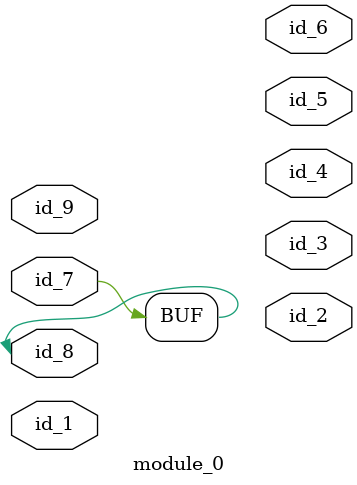
<source format=v>
module module_0 (
    id_1,
    id_2,
    id_3,
    id_4,
    id_5,
    id_6,
    id_7,
    id_8,
    id_9
);
  inout id_9;
  inout id_8;
  input id_7;
  output id_6;
  output id_5;
  output id_4;
  output id_3;
  output id_2;
  input id_1;
  assign id_8 = id_7;
endmodule

</source>
